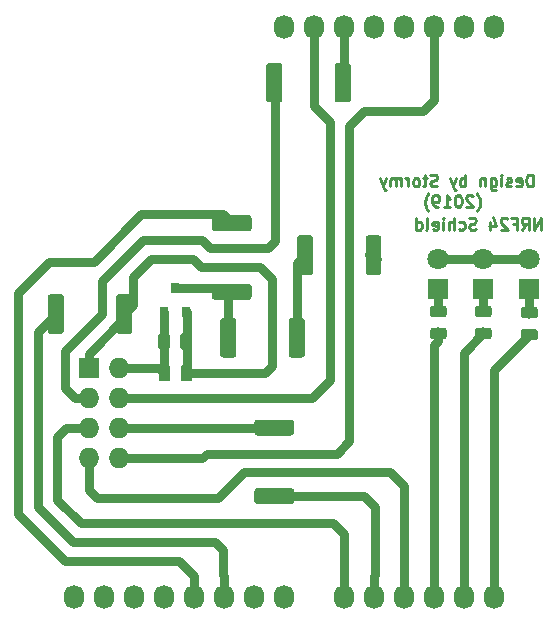
<source format=gbr>
G04 #@! TF.GenerationSoftware,KiCad,Pcbnew,5.0.2-bee76a0~70~ubuntu16.04.1*
G04 #@! TF.CreationDate,2019-02-13T18:04:47+01:00*
G04 #@! TF.ProjectId,NRF24_Shield_Uno,4e524632-345f-4536-9869-656c645f556e,rev?*
G04 #@! TF.SameCoordinates,Original*
G04 #@! TF.FileFunction,Copper,L2,Bot*
G04 #@! TF.FilePolarity,Positive*
%FSLAX46Y46*%
G04 Gerber Fmt 4.6, Leading zero omitted, Abs format (unit mm)*
G04 Created by KiCad (PCBNEW 5.0.2-bee76a0~70~ubuntu16.04.1) date śro, 13 lut 2019, 18:04:47*
%MOMM*%
%LPD*%
G01*
G04 APERTURE LIST*
G04 #@! TA.AperFunction,NonConductor*
%ADD10C,0.250000*%
G04 #@! TD*
G04 #@! TA.AperFunction,Conductor*
%ADD11C,0.100000*%
G04 #@! TD*
G04 #@! TA.AperFunction,SMDPad,CuDef*
%ADD12C,1.350000*%
G04 #@! TD*
G04 #@! TA.AperFunction,ComponentPad*
%ADD13O,1.727200X1.727200*%
G04 #@! TD*
G04 #@! TA.AperFunction,ComponentPad*
%ADD14R,1.727200X1.727200*%
G04 #@! TD*
G04 #@! TA.AperFunction,SMDPad,CuDef*
%ADD15C,0.975000*%
G04 #@! TD*
G04 #@! TA.AperFunction,ComponentPad*
%ADD16C,1.800000*%
G04 #@! TD*
G04 #@! TA.AperFunction,ComponentPad*
%ADD17R,1.800000X1.800000*%
G04 #@! TD*
G04 #@! TA.AperFunction,SMDPad,CuDef*
%ADD18R,0.800000X0.900000*%
G04 #@! TD*
G04 #@! TA.AperFunction,ComponentPad*
%ADD19O,1.727200X2.032000*%
G04 #@! TD*
G04 #@! TA.AperFunction,Conductor*
%ADD20C,0.800000*%
G04 #@! TD*
G04 APERTURE END LIST*
D10*
X178483714Y-92717380D02*
X178483714Y-91717380D01*
X177912285Y-92717380D01*
X177912285Y-91717380D01*
X176864666Y-92717380D02*
X177198000Y-92241190D01*
X177436095Y-92717380D02*
X177436095Y-91717380D01*
X177055142Y-91717380D01*
X176959904Y-91765000D01*
X176912285Y-91812619D01*
X176864666Y-91907857D01*
X176864666Y-92050714D01*
X176912285Y-92145952D01*
X176959904Y-92193571D01*
X177055142Y-92241190D01*
X177436095Y-92241190D01*
X176102761Y-92193571D02*
X176436095Y-92193571D01*
X176436095Y-92717380D02*
X176436095Y-91717380D01*
X175959904Y-91717380D01*
X175626571Y-91812619D02*
X175578952Y-91765000D01*
X175483714Y-91717380D01*
X175245619Y-91717380D01*
X175150380Y-91765000D01*
X175102761Y-91812619D01*
X175055142Y-91907857D01*
X175055142Y-92003095D01*
X175102761Y-92145952D01*
X175674190Y-92717380D01*
X175055142Y-92717380D01*
X174198000Y-92050714D02*
X174198000Y-92717380D01*
X174436095Y-91669761D02*
X174674190Y-92384047D01*
X174055142Y-92384047D01*
X172959904Y-92669761D02*
X172817047Y-92717380D01*
X172578952Y-92717380D01*
X172483714Y-92669761D01*
X172436095Y-92622142D01*
X172388476Y-92526904D01*
X172388476Y-92431666D01*
X172436095Y-92336428D01*
X172483714Y-92288809D01*
X172578952Y-92241190D01*
X172769428Y-92193571D01*
X172864666Y-92145952D01*
X172912285Y-92098333D01*
X172959904Y-92003095D01*
X172959904Y-91907857D01*
X172912285Y-91812619D01*
X172864666Y-91765000D01*
X172769428Y-91717380D01*
X172531333Y-91717380D01*
X172388476Y-91765000D01*
X171531333Y-92669761D02*
X171626571Y-92717380D01*
X171817047Y-92717380D01*
X171912285Y-92669761D01*
X171959904Y-92622142D01*
X172007523Y-92526904D01*
X172007523Y-92241190D01*
X171959904Y-92145952D01*
X171912285Y-92098333D01*
X171817047Y-92050714D01*
X171626571Y-92050714D01*
X171531333Y-92098333D01*
X171102761Y-92717380D02*
X171102761Y-91717380D01*
X170674190Y-92717380D02*
X170674190Y-92193571D01*
X170721809Y-92098333D01*
X170817047Y-92050714D01*
X170959904Y-92050714D01*
X171055142Y-92098333D01*
X171102761Y-92145952D01*
X170198000Y-92717380D02*
X170198000Y-92050714D01*
X170198000Y-91717380D02*
X170245619Y-91765000D01*
X170198000Y-91812619D01*
X170150380Y-91765000D01*
X170198000Y-91717380D01*
X170198000Y-91812619D01*
X169340857Y-92669761D02*
X169436095Y-92717380D01*
X169626571Y-92717380D01*
X169721809Y-92669761D01*
X169769428Y-92574523D01*
X169769428Y-92193571D01*
X169721809Y-92098333D01*
X169626571Y-92050714D01*
X169436095Y-92050714D01*
X169340857Y-92098333D01*
X169293238Y-92193571D01*
X169293238Y-92288809D01*
X169769428Y-92384047D01*
X168721809Y-92717380D02*
X168817047Y-92669761D01*
X168864666Y-92574523D01*
X168864666Y-91717380D01*
X167912285Y-92717380D02*
X167912285Y-91717380D01*
X167912285Y-92669761D02*
X168007523Y-92717380D01*
X168198000Y-92717380D01*
X168293238Y-92669761D01*
X168340857Y-92622142D01*
X168388476Y-92526904D01*
X168388476Y-92241190D01*
X168340857Y-92145952D01*
X168293238Y-92098333D01*
X168198000Y-92050714D01*
X168007523Y-92050714D01*
X167912285Y-92098333D01*
X177783714Y-89042380D02*
X177783714Y-88042380D01*
X177545619Y-88042380D01*
X177402761Y-88090000D01*
X177307523Y-88185238D01*
X177259904Y-88280476D01*
X177212285Y-88470952D01*
X177212285Y-88613809D01*
X177259904Y-88804285D01*
X177307523Y-88899523D01*
X177402761Y-88994761D01*
X177545619Y-89042380D01*
X177783714Y-89042380D01*
X176402761Y-88994761D02*
X176498000Y-89042380D01*
X176688476Y-89042380D01*
X176783714Y-88994761D01*
X176831333Y-88899523D01*
X176831333Y-88518571D01*
X176783714Y-88423333D01*
X176688476Y-88375714D01*
X176498000Y-88375714D01*
X176402761Y-88423333D01*
X176355142Y-88518571D01*
X176355142Y-88613809D01*
X176831333Y-88709047D01*
X175974190Y-88994761D02*
X175878952Y-89042380D01*
X175688476Y-89042380D01*
X175593238Y-88994761D01*
X175545619Y-88899523D01*
X175545619Y-88851904D01*
X175593238Y-88756666D01*
X175688476Y-88709047D01*
X175831333Y-88709047D01*
X175926571Y-88661428D01*
X175974190Y-88566190D01*
X175974190Y-88518571D01*
X175926571Y-88423333D01*
X175831333Y-88375714D01*
X175688476Y-88375714D01*
X175593238Y-88423333D01*
X175117047Y-89042380D02*
X175117047Y-88375714D01*
X175117047Y-88042380D02*
X175164666Y-88090000D01*
X175117047Y-88137619D01*
X175069428Y-88090000D01*
X175117047Y-88042380D01*
X175117047Y-88137619D01*
X174212285Y-88375714D02*
X174212285Y-89185238D01*
X174259904Y-89280476D01*
X174307523Y-89328095D01*
X174402761Y-89375714D01*
X174545619Y-89375714D01*
X174640857Y-89328095D01*
X174212285Y-88994761D02*
X174307523Y-89042380D01*
X174498000Y-89042380D01*
X174593238Y-88994761D01*
X174640857Y-88947142D01*
X174688476Y-88851904D01*
X174688476Y-88566190D01*
X174640857Y-88470952D01*
X174593238Y-88423333D01*
X174498000Y-88375714D01*
X174307523Y-88375714D01*
X174212285Y-88423333D01*
X173736095Y-88375714D02*
X173736095Y-89042380D01*
X173736095Y-88470952D02*
X173688476Y-88423333D01*
X173593238Y-88375714D01*
X173450380Y-88375714D01*
X173355142Y-88423333D01*
X173307523Y-88518571D01*
X173307523Y-89042380D01*
X172069428Y-89042380D02*
X172069428Y-88042380D01*
X172069428Y-88423333D02*
X171974190Y-88375714D01*
X171783714Y-88375714D01*
X171688476Y-88423333D01*
X171640857Y-88470952D01*
X171593238Y-88566190D01*
X171593238Y-88851904D01*
X171640857Y-88947142D01*
X171688476Y-88994761D01*
X171783714Y-89042380D01*
X171974190Y-89042380D01*
X172069428Y-88994761D01*
X171259904Y-88375714D02*
X171021809Y-89042380D01*
X170783714Y-88375714D02*
X171021809Y-89042380D01*
X171117047Y-89280476D01*
X171164666Y-89328095D01*
X171259904Y-89375714D01*
X169688476Y-88994761D02*
X169545619Y-89042380D01*
X169307523Y-89042380D01*
X169212285Y-88994761D01*
X169164666Y-88947142D01*
X169117047Y-88851904D01*
X169117047Y-88756666D01*
X169164666Y-88661428D01*
X169212285Y-88613809D01*
X169307523Y-88566190D01*
X169498000Y-88518571D01*
X169593238Y-88470952D01*
X169640857Y-88423333D01*
X169688476Y-88328095D01*
X169688476Y-88232857D01*
X169640857Y-88137619D01*
X169593238Y-88090000D01*
X169498000Y-88042380D01*
X169259904Y-88042380D01*
X169117047Y-88090000D01*
X168831333Y-88375714D02*
X168450380Y-88375714D01*
X168688476Y-88042380D02*
X168688476Y-88899523D01*
X168640857Y-88994761D01*
X168545619Y-89042380D01*
X168450380Y-89042380D01*
X167974190Y-89042380D02*
X168069428Y-88994761D01*
X168117047Y-88947142D01*
X168164666Y-88851904D01*
X168164666Y-88566190D01*
X168117047Y-88470952D01*
X168069428Y-88423333D01*
X167974190Y-88375714D01*
X167831333Y-88375714D01*
X167736095Y-88423333D01*
X167688476Y-88470952D01*
X167640857Y-88566190D01*
X167640857Y-88851904D01*
X167688476Y-88947142D01*
X167736095Y-88994761D01*
X167831333Y-89042380D01*
X167974190Y-89042380D01*
X167212285Y-89042380D02*
X167212285Y-88375714D01*
X167212285Y-88566190D02*
X167164666Y-88470952D01*
X167117047Y-88423333D01*
X167021809Y-88375714D01*
X166926571Y-88375714D01*
X166593238Y-89042380D02*
X166593238Y-88375714D01*
X166593238Y-88470952D02*
X166545619Y-88423333D01*
X166450380Y-88375714D01*
X166307523Y-88375714D01*
X166212285Y-88423333D01*
X166164666Y-88518571D01*
X166164666Y-89042380D01*
X166164666Y-88518571D02*
X166117047Y-88423333D01*
X166021809Y-88375714D01*
X165878952Y-88375714D01*
X165783714Y-88423333D01*
X165736095Y-88518571D01*
X165736095Y-89042380D01*
X165355142Y-88375714D02*
X165117047Y-89042380D01*
X164878952Y-88375714D02*
X165117047Y-89042380D01*
X165212285Y-89280476D01*
X165259904Y-89328095D01*
X165355142Y-89375714D01*
X173045619Y-91173333D02*
X173093238Y-91125714D01*
X173188476Y-90982857D01*
X173236095Y-90887619D01*
X173283714Y-90744761D01*
X173331333Y-90506666D01*
X173331333Y-90316190D01*
X173283714Y-90078095D01*
X173236095Y-89935238D01*
X173188476Y-89840000D01*
X173093238Y-89697142D01*
X173045619Y-89649523D01*
X172712285Y-89887619D02*
X172664666Y-89840000D01*
X172569428Y-89792380D01*
X172331333Y-89792380D01*
X172236095Y-89840000D01*
X172188476Y-89887619D01*
X172140857Y-89982857D01*
X172140857Y-90078095D01*
X172188476Y-90220952D01*
X172759904Y-90792380D01*
X172140857Y-90792380D01*
X171521809Y-89792380D02*
X171426571Y-89792380D01*
X171331333Y-89840000D01*
X171283714Y-89887619D01*
X171236095Y-89982857D01*
X171188476Y-90173333D01*
X171188476Y-90411428D01*
X171236095Y-90601904D01*
X171283714Y-90697142D01*
X171331333Y-90744761D01*
X171426571Y-90792380D01*
X171521809Y-90792380D01*
X171617047Y-90744761D01*
X171664666Y-90697142D01*
X171712285Y-90601904D01*
X171759904Y-90411428D01*
X171759904Y-90173333D01*
X171712285Y-89982857D01*
X171664666Y-89887619D01*
X171617047Y-89840000D01*
X171521809Y-89792380D01*
X170236095Y-90792380D02*
X170807523Y-90792380D01*
X170521809Y-90792380D02*
X170521809Y-89792380D01*
X170617047Y-89935238D01*
X170712285Y-90030476D01*
X170807523Y-90078095D01*
X169759904Y-90792380D02*
X169569428Y-90792380D01*
X169474190Y-90744761D01*
X169426571Y-90697142D01*
X169331333Y-90554285D01*
X169283714Y-90363809D01*
X169283714Y-89982857D01*
X169331333Y-89887619D01*
X169378952Y-89840000D01*
X169474190Y-89792380D01*
X169664666Y-89792380D01*
X169759904Y-89840000D01*
X169807523Y-89887619D01*
X169855142Y-89982857D01*
X169855142Y-90220952D01*
X169807523Y-90316190D01*
X169759904Y-90363809D01*
X169664666Y-90411428D01*
X169474190Y-90411428D01*
X169378952Y-90363809D01*
X169331333Y-90316190D01*
X169283714Y-90220952D01*
X168950380Y-91173333D02*
X168902761Y-91125714D01*
X168807523Y-90982857D01*
X168759904Y-90887619D01*
X168712285Y-90744761D01*
X168664666Y-90506666D01*
X168664666Y-90316190D01*
X168712285Y-90078095D01*
X168759904Y-89935238D01*
X168807523Y-89840000D01*
X168902761Y-89697142D01*
X168950380Y-89649523D01*
D11*
G04 #@! TO.N,+5V*
G04 #@! TO.C,NT6*
G36*
X152447505Y-100191204D02*
X152471773Y-100194804D01*
X152495572Y-100200765D01*
X152518671Y-100209030D01*
X152540850Y-100219520D01*
X152561893Y-100232132D01*
X152581599Y-100246747D01*
X152599777Y-100263223D01*
X152616253Y-100281401D01*
X152630868Y-100301107D01*
X152643480Y-100322150D01*
X152653970Y-100344329D01*
X152662235Y-100367428D01*
X152668196Y-100391227D01*
X152671796Y-100415495D01*
X152673000Y-100439999D01*
X152673000Y-103290001D01*
X152671796Y-103314505D01*
X152668196Y-103338773D01*
X152662235Y-103362572D01*
X152653970Y-103385671D01*
X152643480Y-103407850D01*
X152630868Y-103428893D01*
X152616253Y-103448599D01*
X152599777Y-103466777D01*
X152581599Y-103483253D01*
X152561893Y-103497868D01*
X152540850Y-103510480D01*
X152518671Y-103520970D01*
X152495572Y-103529235D01*
X152471773Y-103535196D01*
X152447505Y-103538796D01*
X152423001Y-103540000D01*
X151572999Y-103540000D01*
X151548495Y-103538796D01*
X151524227Y-103535196D01*
X151500428Y-103529235D01*
X151477329Y-103520970D01*
X151455150Y-103510480D01*
X151434107Y-103497868D01*
X151414401Y-103483253D01*
X151396223Y-103466777D01*
X151379747Y-103448599D01*
X151365132Y-103428893D01*
X151352520Y-103407850D01*
X151342030Y-103385671D01*
X151333765Y-103362572D01*
X151327804Y-103338773D01*
X151324204Y-103314505D01*
X151323000Y-103290001D01*
X151323000Y-100439999D01*
X151324204Y-100415495D01*
X151327804Y-100391227D01*
X151333765Y-100367428D01*
X151342030Y-100344329D01*
X151352520Y-100322150D01*
X151365132Y-100301107D01*
X151379747Y-100281401D01*
X151396223Y-100263223D01*
X151414401Y-100246747D01*
X151434107Y-100232132D01*
X151455150Y-100219520D01*
X151477329Y-100209030D01*
X151500428Y-100200765D01*
X151524227Y-100194804D01*
X151548495Y-100191204D01*
X151572999Y-100190000D01*
X152423001Y-100190000D01*
X152447505Y-100191204D01*
X152447505Y-100191204D01*
G37*
D12*
G04 #@! TD*
G04 #@! TO.P,NT6,1*
G04 #@! TO.N,+5V*
X151998000Y-101865000D03*
D11*
G04 #@! TO.N,+5V*
G04 #@! TO.C,NT6*
G36*
X158247505Y-100191204D02*
X158271773Y-100194804D01*
X158295572Y-100200765D01*
X158318671Y-100209030D01*
X158340850Y-100219520D01*
X158361893Y-100232132D01*
X158381599Y-100246747D01*
X158399777Y-100263223D01*
X158416253Y-100281401D01*
X158430868Y-100301107D01*
X158443480Y-100322150D01*
X158453970Y-100344329D01*
X158462235Y-100367428D01*
X158468196Y-100391227D01*
X158471796Y-100415495D01*
X158473000Y-100439999D01*
X158473000Y-103290001D01*
X158471796Y-103314505D01*
X158468196Y-103338773D01*
X158462235Y-103362572D01*
X158453970Y-103385671D01*
X158443480Y-103407850D01*
X158430868Y-103428893D01*
X158416253Y-103448599D01*
X158399777Y-103466777D01*
X158381599Y-103483253D01*
X158361893Y-103497868D01*
X158340850Y-103510480D01*
X158318671Y-103520970D01*
X158295572Y-103529235D01*
X158271773Y-103535196D01*
X158247505Y-103538796D01*
X158223001Y-103540000D01*
X157372999Y-103540000D01*
X157348495Y-103538796D01*
X157324227Y-103535196D01*
X157300428Y-103529235D01*
X157277329Y-103520970D01*
X157255150Y-103510480D01*
X157234107Y-103497868D01*
X157214401Y-103483253D01*
X157196223Y-103466777D01*
X157179747Y-103448599D01*
X157165132Y-103428893D01*
X157152520Y-103407850D01*
X157142030Y-103385671D01*
X157133765Y-103362572D01*
X157127804Y-103338773D01*
X157124204Y-103314505D01*
X157123000Y-103290001D01*
X157123000Y-100439999D01*
X157124204Y-100415495D01*
X157127804Y-100391227D01*
X157133765Y-100367428D01*
X157142030Y-100344329D01*
X157152520Y-100322150D01*
X157165132Y-100301107D01*
X157179747Y-100281401D01*
X157196223Y-100263223D01*
X157214401Y-100246747D01*
X157234107Y-100232132D01*
X157255150Y-100219520D01*
X157277329Y-100209030D01*
X157300428Y-100200765D01*
X157324227Y-100194804D01*
X157348495Y-100191204D01*
X157372999Y-100190000D01*
X158223001Y-100190000D01*
X158247505Y-100191204D01*
X158247505Y-100191204D01*
G37*
D12*
G04 #@! TD*
G04 #@! TO.P,NT6,2*
G04 #@! TO.N,+5V*
X157798000Y-101865000D03*
D11*
G04 #@! TO.N,CE*
G04 #@! TO.C,NT5*
G36*
X162147505Y-78591204D02*
X162171773Y-78594804D01*
X162195572Y-78600765D01*
X162218671Y-78609030D01*
X162240850Y-78619520D01*
X162261893Y-78632132D01*
X162281599Y-78646747D01*
X162299777Y-78663223D01*
X162316253Y-78681401D01*
X162330868Y-78701107D01*
X162343480Y-78722150D01*
X162353970Y-78744329D01*
X162362235Y-78767428D01*
X162368196Y-78791227D01*
X162371796Y-78815495D01*
X162373000Y-78839999D01*
X162373000Y-81690001D01*
X162371796Y-81714505D01*
X162368196Y-81738773D01*
X162362235Y-81762572D01*
X162353970Y-81785671D01*
X162343480Y-81807850D01*
X162330868Y-81828893D01*
X162316253Y-81848599D01*
X162299777Y-81866777D01*
X162281599Y-81883253D01*
X162261893Y-81897868D01*
X162240850Y-81910480D01*
X162218671Y-81920970D01*
X162195572Y-81929235D01*
X162171773Y-81935196D01*
X162147505Y-81938796D01*
X162123001Y-81940000D01*
X161272999Y-81940000D01*
X161248495Y-81938796D01*
X161224227Y-81935196D01*
X161200428Y-81929235D01*
X161177329Y-81920970D01*
X161155150Y-81910480D01*
X161134107Y-81897868D01*
X161114401Y-81883253D01*
X161096223Y-81866777D01*
X161079747Y-81848599D01*
X161065132Y-81828893D01*
X161052520Y-81807850D01*
X161042030Y-81785671D01*
X161033765Y-81762572D01*
X161027804Y-81738773D01*
X161024204Y-81714505D01*
X161023000Y-81690001D01*
X161023000Y-78839999D01*
X161024204Y-78815495D01*
X161027804Y-78791227D01*
X161033765Y-78767428D01*
X161042030Y-78744329D01*
X161052520Y-78722150D01*
X161065132Y-78701107D01*
X161079747Y-78681401D01*
X161096223Y-78663223D01*
X161114401Y-78646747D01*
X161134107Y-78632132D01*
X161155150Y-78619520D01*
X161177329Y-78609030D01*
X161200428Y-78600765D01*
X161224227Y-78594804D01*
X161248495Y-78591204D01*
X161272999Y-78590000D01*
X162123001Y-78590000D01*
X162147505Y-78591204D01*
X162147505Y-78591204D01*
G37*
D12*
G04 #@! TD*
G04 #@! TO.P,NT5,1*
G04 #@! TO.N,CE*
X161698000Y-80265000D03*
D11*
G04 #@! TO.N,Net-(NT5-Pad2)*
G04 #@! TO.C,NT5*
G36*
X156347505Y-78591204D02*
X156371773Y-78594804D01*
X156395572Y-78600765D01*
X156418671Y-78609030D01*
X156440850Y-78619520D01*
X156461893Y-78632132D01*
X156481599Y-78646747D01*
X156499777Y-78663223D01*
X156516253Y-78681401D01*
X156530868Y-78701107D01*
X156543480Y-78722150D01*
X156553970Y-78744329D01*
X156562235Y-78767428D01*
X156568196Y-78791227D01*
X156571796Y-78815495D01*
X156573000Y-78839999D01*
X156573000Y-81690001D01*
X156571796Y-81714505D01*
X156568196Y-81738773D01*
X156562235Y-81762572D01*
X156553970Y-81785671D01*
X156543480Y-81807850D01*
X156530868Y-81828893D01*
X156516253Y-81848599D01*
X156499777Y-81866777D01*
X156481599Y-81883253D01*
X156461893Y-81897868D01*
X156440850Y-81910480D01*
X156418671Y-81920970D01*
X156395572Y-81929235D01*
X156371773Y-81935196D01*
X156347505Y-81938796D01*
X156323001Y-81940000D01*
X155472999Y-81940000D01*
X155448495Y-81938796D01*
X155424227Y-81935196D01*
X155400428Y-81929235D01*
X155377329Y-81920970D01*
X155355150Y-81910480D01*
X155334107Y-81897868D01*
X155314401Y-81883253D01*
X155296223Y-81866777D01*
X155279747Y-81848599D01*
X155265132Y-81828893D01*
X155252520Y-81807850D01*
X155242030Y-81785671D01*
X155233765Y-81762572D01*
X155227804Y-81738773D01*
X155224204Y-81714505D01*
X155223000Y-81690001D01*
X155223000Y-78839999D01*
X155224204Y-78815495D01*
X155227804Y-78791227D01*
X155233765Y-78767428D01*
X155242030Y-78744329D01*
X155252520Y-78722150D01*
X155265132Y-78701107D01*
X155279747Y-78681401D01*
X155296223Y-78663223D01*
X155314401Y-78646747D01*
X155334107Y-78632132D01*
X155355150Y-78619520D01*
X155377329Y-78609030D01*
X155400428Y-78600765D01*
X155424227Y-78594804D01*
X155448495Y-78591204D01*
X155472999Y-78590000D01*
X156323001Y-78590000D01*
X156347505Y-78591204D01*
X156347505Y-78591204D01*
G37*
D12*
G04 #@! TD*
G04 #@! TO.P,NT5,2*
G04 #@! TO.N,Net-(NT5-Pad2)*
X155898000Y-80265000D03*
D11*
G04 #@! TO.N,MOSI*
G04 #@! TO.C,NT4*
G36*
X157347505Y-114591204D02*
X157371773Y-114594804D01*
X157395572Y-114600765D01*
X157418671Y-114609030D01*
X157440850Y-114619520D01*
X157461893Y-114632132D01*
X157481599Y-114646747D01*
X157499777Y-114663223D01*
X157516253Y-114681401D01*
X157530868Y-114701107D01*
X157543480Y-114722150D01*
X157553970Y-114744329D01*
X157562235Y-114767428D01*
X157568196Y-114791227D01*
X157571796Y-114815495D01*
X157573000Y-114839999D01*
X157573000Y-115690001D01*
X157571796Y-115714505D01*
X157568196Y-115738773D01*
X157562235Y-115762572D01*
X157553970Y-115785671D01*
X157543480Y-115807850D01*
X157530868Y-115828893D01*
X157516253Y-115848599D01*
X157499777Y-115866777D01*
X157481599Y-115883253D01*
X157461893Y-115897868D01*
X157440850Y-115910480D01*
X157418671Y-115920970D01*
X157395572Y-115929235D01*
X157371773Y-115935196D01*
X157347505Y-115938796D01*
X157323001Y-115940000D01*
X154472999Y-115940000D01*
X154448495Y-115938796D01*
X154424227Y-115935196D01*
X154400428Y-115929235D01*
X154377329Y-115920970D01*
X154355150Y-115910480D01*
X154334107Y-115897868D01*
X154314401Y-115883253D01*
X154296223Y-115866777D01*
X154279747Y-115848599D01*
X154265132Y-115828893D01*
X154252520Y-115807850D01*
X154242030Y-115785671D01*
X154233765Y-115762572D01*
X154227804Y-115738773D01*
X154224204Y-115714505D01*
X154223000Y-115690001D01*
X154223000Y-114839999D01*
X154224204Y-114815495D01*
X154227804Y-114791227D01*
X154233765Y-114767428D01*
X154242030Y-114744329D01*
X154252520Y-114722150D01*
X154265132Y-114701107D01*
X154279747Y-114681401D01*
X154296223Y-114663223D01*
X154314401Y-114646747D01*
X154334107Y-114632132D01*
X154355150Y-114619520D01*
X154377329Y-114609030D01*
X154400428Y-114600765D01*
X154424227Y-114594804D01*
X154448495Y-114591204D01*
X154472999Y-114590000D01*
X157323001Y-114590000D01*
X157347505Y-114591204D01*
X157347505Y-114591204D01*
G37*
D12*
G04 #@! TD*
G04 #@! TO.P,NT4,2*
G04 #@! TO.N,MOSI*
X155898000Y-115265000D03*
D11*
G04 #@! TO.N,Net-(NT4-Pad1)*
G04 #@! TO.C,NT4*
G36*
X157347505Y-108791204D02*
X157371773Y-108794804D01*
X157395572Y-108800765D01*
X157418671Y-108809030D01*
X157440850Y-108819520D01*
X157461893Y-108832132D01*
X157481599Y-108846747D01*
X157499777Y-108863223D01*
X157516253Y-108881401D01*
X157530868Y-108901107D01*
X157543480Y-108922150D01*
X157553970Y-108944329D01*
X157562235Y-108967428D01*
X157568196Y-108991227D01*
X157571796Y-109015495D01*
X157573000Y-109039999D01*
X157573000Y-109890001D01*
X157571796Y-109914505D01*
X157568196Y-109938773D01*
X157562235Y-109962572D01*
X157553970Y-109985671D01*
X157543480Y-110007850D01*
X157530868Y-110028893D01*
X157516253Y-110048599D01*
X157499777Y-110066777D01*
X157481599Y-110083253D01*
X157461893Y-110097868D01*
X157440850Y-110110480D01*
X157418671Y-110120970D01*
X157395572Y-110129235D01*
X157371773Y-110135196D01*
X157347505Y-110138796D01*
X157323001Y-110140000D01*
X154472999Y-110140000D01*
X154448495Y-110138796D01*
X154424227Y-110135196D01*
X154400428Y-110129235D01*
X154377329Y-110120970D01*
X154355150Y-110110480D01*
X154334107Y-110097868D01*
X154314401Y-110083253D01*
X154296223Y-110066777D01*
X154279747Y-110048599D01*
X154265132Y-110028893D01*
X154252520Y-110007850D01*
X154242030Y-109985671D01*
X154233765Y-109962572D01*
X154227804Y-109938773D01*
X154224204Y-109914505D01*
X154223000Y-109890001D01*
X154223000Y-109039999D01*
X154224204Y-109015495D01*
X154227804Y-108991227D01*
X154233765Y-108967428D01*
X154242030Y-108944329D01*
X154252520Y-108922150D01*
X154265132Y-108901107D01*
X154279747Y-108881401D01*
X154296223Y-108863223D01*
X154314401Y-108846747D01*
X154334107Y-108832132D01*
X154355150Y-108819520D01*
X154377329Y-108809030D01*
X154400428Y-108800765D01*
X154424227Y-108794804D01*
X154448495Y-108791204D01*
X154472999Y-108790000D01*
X157323001Y-108790000D01*
X157347505Y-108791204D01*
X157347505Y-108791204D01*
G37*
D12*
G04 #@! TD*
G04 #@! TO.P,NT4,1*
G04 #@! TO.N,Net-(NT4-Pad1)*
X155898000Y-109465000D03*
D11*
G04 #@! TO.N,+5V*
G04 #@! TO.C,NT3*
G36*
X153747505Y-91491204D02*
X153771773Y-91494804D01*
X153795572Y-91500765D01*
X153818671Y-91509030D01*
X153840850Y-91519520D01*
X153861893Y-91532132D01*
X153881599Y-91546747D01*
X153899777Y-91563223D01*
X153916253Y-91581401D01*
X153930868Y-91601107D01*
X153943480Y-91622150D01*
X153953970Y-91644329D01*
X153962235Y-91667428D01*
X153968196Y-91691227D01*
X153971796Y-91715495D01*
X153973000Y-91739999D01*
X153973000Y-92590001D01*
X153971796Y-92614505D01*
X153968196Y-92638773D01*
X153962235Y-92662572D01*
X153953970Y-92685671D01*
X153943480Y-92707850D01*
X153930868Y-92728893D01*
X153916253Y-92748599D01*
X153899777Y-92766777D01*
X153881599Y-92783253D01*
X153861893Y-92797868D01*
X153840850Y-92810480D01*
X153818671Y-92820970D01*
X153795572Y-92829235D01*
X153771773Y-92835196D01*
X153747505Y-92838796D01*
X153723001Y-92840000D01*
X150872999Y-92840000D01*
X150848495Y-92838796D01*
X150824227Y-92835196D01*
X150800428Y-92829235D01*
X150777329Y-92820970D01*
X150755150Y-92810480D01*
X150734107Y-92797868D01*
X150714401Y-92783253D01*
X150696223Y-92766777D01*
X150679747Y-92748599D01*
X150665132Y-92728893D01*
X150652520Y-92707850D01*
X150642030Y-92685671D01*
X150633765Y-92662572D01*
X150627804Y-92638773D01*
X150624204Y-92614505D01*
X150623000Y-92590001D01*
X150623000Y-91739999D01*
X150624204Y-91715495D01*
X150627804Y-91691227D01*
X150633765Y-91667428D01*
X150642030Y-91644329D01*
X150652520Y-91622150D01*
X150665132Y-91601107D01*
X150679747Y-91581401D01*
X150696223Y-91563223D01*
X150714401Y-91546747D01*
X150734107Y-91532132D01*
X150755150Y-91519520D01*
X150777329Y-91509030D01*
X150800428Y-91500765D01*
X150824227Y-91494804D01*
X150848495Y-91491204D01*
X150872999Y-91490000D01*
X153723001Y-91490000D01*
X153747505Y-91491204D01*
X153747505Y-91491204D01*
G37*
D12*
G04 #@! TD*
G04 #@! TO.P,NT3,1*
G04 #@! TO.N,+5V*
X152298000Y-92165000D03*
D11*
G04 #@! TO.N,+5V*
G04 #@! TO.C,NT3*
G36*
X153747505Y-97291204D02*
X153771773Y-97294804D01*
X153795572Y-97300765D01*
X153818671Y-97309030D01*
X153840850Y-97319520D01*
X153861893Y-97332132D01*
X153881599Y-97346747D01*
X153899777Y-97363223D01*
X153916253Y-97381401D01*
X153930868Y-97401107D01*
X153943480Y-97422150D01*
X153953970Y-97444329D01*
X153962235Y-97467428D01*
X153968196Y-97491227D01*
X153971796Y-97515495D01*
X153973000Y-97539999D01*
X153973000Y-98390001D01*
X153971796Y-98414505D01*
X153968196Y-98438773D01*
X153962235Y-98462572D01*
X153953970Y-98485671D01*
X153943480Y-98507850D01*
X153930868Y-98528893D01*
X153916253Y-98548599D01*
X153899777Y-98566777D01*
X153881599Y-98583253D01*
X153861893Y-98597868D01*
X153840850Y-98610480D01*
X153818671Y-98620970D01*
X153795572Y-98629235D01*
X153771773Y-98635196D01*
X153747505Y-98638796D01*
X153723001Y-98640000D01*
X150872999Y-98640000D01*
X150848495Y-98638796D01*
X150824227Y-98635196D01*
X150800428Y-98629235D01*
X150777329Y-98620970D01*
X150755150Y-98610480D01*
X150734107Y-98597868D01*
X150714401Y-98583253D01*
X150696223Y-98566777D01*
X150679747Y-98548599D01*
X150665132Y-98528893D01*
X150652520Y-98507850D01*
X150642030Y-98485671D01*
X150633765Y-98462572D01*
X150627804Y-98438773D01*
X150624204Y-98414505D01*
X150623000Y-98390001D01*
X150623000Y-97539999D01*
X150624204Y-97515495D01*
X150627804Y-97491227D01*
X150633765Y-97467428D01*
X150642030Y-97444329D01*
X150652520Y-97422150D01*
X150665132Y-97401107D01*
X150679747Y-97381401D01*
X150696223Y-97363223D01*
X150714401Y-97346747D01*
X150734107Y-97332132D01*
X150755150Y-97319520D01*
X150777329Y-97309030D01*
X150800428Y-97300765D01*
X150824227Y-97294804D01*
X150848495Y-97291204D01*
X150872999Y-97290000D01*
X153723001Y-97290000D01*
X153747505Y-97291204D01*
X153747505Y-97291204D01*
G37*
D12*
G04 #@! TD*
G04 #@! TO.P,NT3,2*
G04 #@! TO.N,+5V*
X152298000Y-97965000D03*
D11*
G04 #@! TO.N,GND*
G04 #@! TO.C,NT2*
G36*
X137847505Y-98191204D02*
X137871773Y-98194804D01*
X137895572Y-98200765D01*
X137918671Y-98209030D01*
X137940850Y-98219520D01*
X137961893Y-98232132D01*
X137981599Y-98246747D01*
X137999777Y-98263223D01*
X138016253Y-98281401D01*
X138030868Y-98301107D01*
X138043480Y-98322150D01*
X138053970Y-98344329D01*
X138062235Y-98367428D01*
X138068196Y-98391227D01*
X138071796Y-98415495D01*
X138073000Y-98439999D01*
X138073000Y-101290001D01*
X138071796Y-101314505D01*
X138068196Y-101338773D01*
X138062235Y-101362572D01*
X138053970Y-101385671D01*
X138043480Y-101407850D01*
X138030868Y-101428893D01*
X138016253Y-101448599D01*
X137999777Y-101466777D01*
X137981599Y-101483253D01*
X137961893Y-101497868D01*
X137940850Y-101510480D01*
X137918671Y-101520970D01*
X137895572Y-101529235D01*
X137871773Y-101535196D01*
X137847505Y-101538796D01*
X137823001Y-101540000D01*
X136972999Y-101540000D01*
X136948495Y-101538796D01*
X136924227Y-101535196D01*
X136900428Y-101529235D01*
X136877329Y-101520970D01*
X136855150Y-101510480D01*
X136834107Y-101497868D01*
X136814401Y-101483253D01*
X136796223Y-101466777D01*
X136779747Y-101448599D01*
X136765132Y-101428893D01*
X136752520Y-101407850D01*
X136742030Y-101385671D01*
X136733765Y-101362572D01*
X136727804Y-101338773D01*
X136724204Y-101314505D01*
X136723000Y-101290001D01*
X136723000Y-98439999D01*
X136724204Y-98415495D01*
X136727804Y-98391227D01*
X136733765Y-98367428D01*
X136742030Y-98344329D01*
X136752520Y-98322150D01*
X136765132Y-98301107D01*
X136779747Y-98281401D01*
X136796223Y-98263223D01*
X136814401Y-98246747D01*
X136834107Y-98232132D01*
X136855150Y-98219520D01*
X136877329Y-98209030D01*
X136900428Y-98200765D01*
X136924227Y-98194804D01*
X136948495Y-98191204D01*
X136972999Y-98190000D01*
X137823001Y-98190000D01*
X137847505Y-98191204D01*
X137847505Y-98191204D01*
G37*
D12*
G04 #@! TD*
G04 #@! TO.P,NT2,1*
G04 #@! TO.N,GND*
X137398000Y-99865000D03*
D11*
G04 #@! TO.N,GND*
G04 #@! TO.C,NT2*
G36*
X143647505Y-98191204D02*
X143671773Y-98194804D01*
X143695572Y-98200765D01*
X143718671Y-98209030D01*
X143740850Y-98219520D01*
X143761893Y-98232132D01*
X143781599Y-98246747D01*
X143799777Y-98263223D01*
X143816253Y-98281401D01*
X143830868Y-98301107D01*
X143843480Y-98322150D01*
X143853970Y-98344329D01*
X143862235Y-98367428D01*
X143868196Y-98391227D01*
X143871796Y-98415495D01*
X143873000Y-98439999D01*
X143873000Y-101290001D01*
X143871796Y-101314505D01*
X143868196Y-101338773D01*
X143862235Y-101362572D01*
X143853970Y-101385671D01*
X143843480Y-101407850D01*
X143830868Y-101428893D01*
X143816253Y-101448599D01*
X143799777Y-101466777D01*
X143781599Y-101483253D01*
X143761893Y-101497868D01*
X143740850Y-101510480D01*
X143718671Y-101520970D01*
X143695572Y-101529235D01*
X143671773Y-101535196D01*
X143647505Y-101538796D01*
X143623001Y-101540000D01*
X142772999Y-101540000D01*
X142748495Y-101538796D01*
X142724227Y-101535196D01*
X142700428Y-101529235D01*
X142677329Y-101520970D01*
X142655150Y-101510480D01*
X142634107Y-101497868D01*
X142614401Y-101483253D01*
X142596223Y-101466777D01*
X142579747Y-101448599D01*
X142565132Y-101428893D01*
X142552520Y-101407850D01*
X142542030Y-101385671D01*
X142533765Y-101362572D01*
X142527804Y-101338773D01*
X142524204Y-101314505D01*
X142523000Y-101290001D01*
X142523000Y-98439999D01*
X142524204Y-98415495D01*
X142527804Y-98391227D01*
X142533765Y-98367428D01*
X142542030Y-98344329D01*
X142552520Y-98322150D01*
X142565132Y-98301107D01*
X142579747Y-98281401D01*
X142596223Y-98263223D01*
X142614401Y-98246747D01*
X142634107Y-98232132D01*
X142655150Y-98219520D01*
X142677329Y-98209030D01*
X142700428Y-98200765D01*
X142724227Y-98194804D01*
X142748495Y-98191204D01*
X142772999Y-98190000D01*
X143623001Y-98190000D01*
X143647505Y-98191204D01*
X143647505Y-98191204D01*
G37*
D12*
G04 #@! TD*
G04 #@! TO.P,NT2,2*
G04 #@! TO.N,GND*
X143198000Y-99865000D03*
D11*
G04 #@! TO.N,+5V*
G04 #@! TO.C,NT1*
G36*
X158947505Y-93191204D02*
X158971773Y-93194804D01*
X158995572Y-93200765D01*
X159018671Y-93209030D01*
X159040850Y-93219520D01*
X159061893Y-93232132D01*
X159081599Y-93246747D01*
X159099777Y-93263223D01*
X159116253Y-93281401D01*
X159130868Y-93301107D01*
X159143480Y-93322150D01*
X159153970Y-93344329D01*
X159162235Y-93367428D01*
X159168196Y-93391227D01*
X159171796Y-93415495D01*
X159173000Y-93439999D01*
X159173000Y-96290001D01*
X159171796Y-96314505D01*
X159168196Y-96338773D01*
X159162235Y-96362572D01*
X159153970Y-96385671D01*
X159143480Y-96407850D01*
X159130868Y-96428893D01*
X159116253Y-96448599D01*
X159099777Y-96466777D01*
X159081599Y-96483253D01*
X159061893Y-96497868D01*
X159040850Y-96510480D01*
X159018671Y-96520970D01*
X158995572Y-96529235D01*
X158971773Y-96535196D01*
X158947505Y-96538796D01*
X158923001Y-96540000D01*
X158072999Y-96540000D01*
X158048495Y-96538796D01*
X158024227Y-96535196D01*
X158000428Y-96529235D01*
X157977329Y-96520970D01*
X157955150Y-96510480D01*
X157934107Y-96497868D01*
X157914401Y-96483253D01*
X157896223Y-96466777D01*
X157879747Y-96448599D01*
X157865132Y-96428893D01*
X157852520Y-96407850D01*
X157842030Y-96385671D01*
X157833765Y-96362572D01*
X157827804Y-96338773D01*
X157824204Y-96314505D01*
X157823000Y-96290001D01*
X157823000Y-93439999D01*
X157824204Y-93415495D01*
X157827804Y-93391227D01*
X157833765Y-93367428D01*
X157842030Y-93344329D01*
X157852520Y-93322150D01*
X157865132Y-93301107D01*
X157879747Y-93281401D01*
X157896223Y-93263223D01*
X157914401Y-93246747D01*
X157934107Y-93232132D01*
X157955150Y-93219520D01*
X157977329Y-93209030D01*
X158000428Y-93200765D01*
X158024227Y-93194804D01*
X158048495Y-93191204D01*
X158072999Y-93190000D01*
X158923001Y-93190000D01*
X158947505Y-93191204D01*
X158947505Y-93191204D01*
G37*
D12*
G04 #@! TD*
G04 #@! TO.P,NT1,1*
G04 #@! TO.N,+5V*
X158498000Y-94865000D03*
D11*
G04 #@! TO.N,+5V*
G04 #@! TO.C,NT1*
G36*
X164747505Y-93191204D02*
X164771773Y-93194804D01*
X164795572Y-93200765D01*
X164818671Y-93209030D01*
X164840850Y-93219520D01*
X164861893Y-93232132D01*
X164881599Y-93246747D01*
X164899777Y-93263223D01*
X164916253Y-93281401D01*
X164930868Y-93301107D01*
X164943480Y-93322150D01*
X164953970Y-93344329D01*
X164962235Y-93367428D01*
X164968196Y-93391227D01*
X164971796Y-93415495D01*
X164973000Y-93439999D01*
X164973000Y-96290001D01*
X164971796Y-96314505D01*
X164968196Y-96338773D01*
X164962235Y-96362572D01*
X164953970Y-96385671D01*
X164943480Y-96407850D01*
X164930868Y-96428893D01*
X164916253Y-96448599D01*
X164899777Y-96466777D01*
X164881599Y-96483253D01*
X164861893Y-96497868D01*
X164840850Y-96510480D01*
X164818671Y-96520970D01*
X164795572Y-96529235D01*
X164771773Y-96535196D01*
X164747505Y-96538796D01*
X164723001Y-96540000D01*
X163872999Y-96540000D01*
X163848495Y-96538796D01*
X163824227Y-96535196D01*
X163800428Y-96529235D01*
X163777329Y-96520970D01*
X163755150Y-96510480D01*
X163734107Y-96497868D01*
X163714401Y-96483253D01*
X163696223Y-96466777D01*
X163679747Y-96448599D01*
X163665132Y-96428893D01*
X163652520Y-96407850D01*
X163642030Y-96385671D01*
X163633765Y-96362572D01*
X163627804Y-96338773D01*
X163624204Y-96314505D01*
X163623000Y-96290001D01*
X163623000Y-93439999D01*
X163624204Y-93415495D01*
X163627804Y-93391227D01*
X163633765Y-93367428D01*
X163642030Y-93344329D01*
X163652520Y-93322150D01*
X163665132Y-93301107D01*
X163679747Y-93281401D01*
X163696223Y-93263223D01*
X163714401Y-93246747D01*
X163734107Y-93232132D01*
X163755150Y-93219520D01*
X163777329Y-93209030D01*
X163800428Y-93200765D01*
X163824227Y-93194804D01*
X163848495Y-93191204D01*
X163872999Y-93190000D01*
X164723001Y-93190000D01*
X164747505Y-93191204D01*
X164747505Y-93191204D01*
G37*
D12*
G04 #@! TD*
G04 #@! TO.P,NT1,2*
G04 #@! TO.N,+5V*
X164298000Y-94865000D03*
D13*
G04 #@! TO.P,U1,2*
G04 #@! TO.N,+3V3*
X142762000Y-104395000D03*
D14*
G04 #@! TO.P,U1,1*
G04 #@! TO.N,GND*
X140222000Y-104395000D03*
D13*
G04 #@! TO.P,U1,4*
G04 #@! TO.N,CSN*
X142762000Y-106935000D03*
G04 #@! TO.P,U1,3*
G04 #@! TO.N,Net-(NT5-Pad2)*
X140222000Y-106935000D03*
G04 #@! TO.P,U1,6*
G04 #@! TO.N,Net-(NT4-Pad1)*
X142762000Y-109475000D03*
G04 #@! TO.P,U1,5*
G04 #@! TO.N,SCK*
X140222000Y-109475000D03*
G04 #@! TO.P,U1,8*
G04 #@! TO.N,IRQ*
X142762000Y-112015000D03*
G04 #@! TO.P,U1,7*
G04 #@! TO.N,MISO*
X140222000Y-112015000D03*
G04 #@! TD*
D11*
G04 #@! TO.N,GND*
G04 #@! TO.C,C1*
G36*
X148740642Y-104166174D02*
X148764303Y-104169684D01*
X148787507Y-104175496D01*
X148810029Y-104183554D01*
X148831653Y-104193782D01*
X148852170Y-104206079D01*
X148871383Y-104220329D01*
X148889107Y-104236393D01*
X148905171Y-104254117D01*
X148919421Y-104273330D01*
X148931718Y-104293847D01*
X148941946Y-104315471D01*
X148950004Y-104337993D01*
X148955816Y-104361197D01*
X148959326Y-104384858D01*
X148960500Y-104408750D01*
X148960500Y-105321250D01*
X148959326Y-105345142D01*
X148955816Y-105368803D01*
X148950004Y-105392007D01*
X148941946Y-105414529D01*
X148931718Y-105436153D01*
X148919421Y-105456670D01*
X148905171Y-105475883D01*
X148889107Y-105493607D01*
X148871383Y-105509671D01*
X148852170Y-105523921D01*
X148831653Y-105536218D01*
X148810029Y-105546446D01*
X148787507Y-105554504D01*
X148764303Y-105560316D01*
X148740642Y-105563826D01*
X148716750Y-105565000D01*
X148229250Y-105565000D01*
X148205358Y-105563826D01*
X148181697Y-105560316D01*
X148158493Y-105554504D01*
X148135971Y-105546446D01*
X148114347Y-105536218D01*
X148093830Y-105523921D01*
X148074617Y-105509671D01*
X148056893Y-105493607D01*
X148040829Y-105475883D01*
X148026579Y-105456670D01*
X148014282Y-105436153D01*
X148004054Y-105414529D01*
X147995996Y-105392007D01*
X147990184Y-105368803D01*
X147986674Y-105345142D01*
X147985500Y-105321250D01*
X147985500Y-104408750D01*
X147986674Y-104384858D01*
X147990184Y-104361197D01*
X147995996Y-104337993D01*
X148004054Y-104315471D01*
X148014282Y-104293847D01*
X148026579Y-104273330D01*
X148040829Y-104254117D01*
X148056893Y-104236393D01*
X148074617Y-104220329D01*
X148093830Y-104206079D01*
X148114347Y-104193782D01*
X148135971Y-104183554D01*
X148158493Y-104175496D01*
X148181697Y-104169684D01*
X148205358Y-104166174D01*
X148229250Y-104165000D01*
X148716750Y-104165000D01*
X148740642Y-104166174D01*
X148740642Y-104166174D01*
G37*
D15*
G04 #@! TD*
G04 #@! TO.P,C1,2*
G04 #@! TO.N,GND*
X148473000Y-104865000D03*
D11*
G04 #@! TO.N,+3V3*
G04 #@! TO.C,C1*
G36*
X146865642Y-104166174D02*
X146889303Y-104169684D01*
X146912507Y-104175496D01*
X146935029Y-104183554D01*
X146956653Y-104193782D01*
X146977170Y-104206079D01*
X146996383Y-104220329D01*
X147014107Y-104236393D01*
X147030171Y-104254117D01*
X147044421Y-104273330D01*
X147056718Y-104293847D01*
X147066946Y-104315471D01*
X147075004Y-104337993D01*
X147080816Y-104361197D01*
X147084326Y-104384858D01*
X147085500Y-104408750D01*
X147085500Y-105321250D01*
X147084326Y-105345142D01*
X147080816Y-105368803D01*
X147075004Y-105392007D01*
X147066946Y-105414529D01*
X147056718Y-105436153D01*
X147044421Y-105456670D01*
X147030171Y-105475883D01*
X147014107Y-105493607D01*
X146996383Y-105509671D01*
X146977170Y-105523921D01*
X146956653Y-105536218D01*
X146935029Y-105546446D01*
X146912507Y-105554504D01*
X146889303Y-105560316D01*
X146865642Y-105563826D01*
X146841750Y-105565000D01*
X146354250Y-105565000D01*
X146330358Y-105563826D01*
X146306697Y-105560316D01*
X146283493Y-105554504D01*
X146260971Y-105546446D01*
X146239347Y-105536218D01*
X146218830Y-105523921D01*
X146199617Y-105509671D01*
X146181893Y-105493607D01*
X146165829Y-105475883D01*
X146151579Y-105456670D01*
X146139282Y-105436153D01*
X146129054Y-105414529D01*
X146120996Y-105392007D01*
X146115184Y-105368803D01*
X146111674Y-105345142D01*
X146110500Y-105321250D01*
X146110500Y-104408750D01*
X146111674Y-104384858D01*
X146115184Y-104361197D01*
X146120996Y-104337993D01*
X146129054Y-104315471D01*
X146139282Y-104293847D01*
X146151579Y-104273330D01*
X146165829Y-104254117D01*
X146181893Y-104236393D01*
X146199617Y-104220329D01*
X146218830Y-104206079D01*
X146239347Y-104193782D01*
X146260971Y-104183554D01*
X146283493Y-104175496D01*
X146306697Y-104169684D01*
X146330358Y-104166174D01*
X146354250Y-104165000D01*
X146841750Y-104165000D01*
X146865642Y-104166174D01*
X146865642Y-104166174D01*
G37*
D15*
G04 #@! TD*
G04 #@! TO.P,C1,1*
G04 #@! TO.N,+3V3*
X146598000Y-104865000D03*
D11*
G04 #@! TO.N,+3V3*
G04 #@! TO.C,C2*
G36*
X146828142Y-101466174D02*
X146851803Y-101469684D01*
X146875007Y-101475496D01*
X146897529Y-101483554D01*
X146919153Y-101493782D01*
X146939670Y-101506079D01*
X146958883Y-101520329D01*
X146976607Y-101536393D01*
X146992671Y-101554117D01*
X147006921Y-101573330D01*
X147019218Y-101593847D01*
X147029446Y-101615471D01*
X147037504Y-101637993D01*
X147043316Y-101661197D01*
X147046826Y-101684858D01*
X147048000Y-101708750D01*
X147048000Y-102621250D01*
X147046826Y-102645142D01*
X147043316Y-102668803D01*
X147037504Y-102692007D01*
X147029446Y-102714529D01*
X147019218Y-102736153D01*
X147006921Y-102756670D01*
X146992671Y-102775883D01*
X146976607Y-102793607D01*
X146958883Y-102809671D01*
X146939670Y-102823921D01*
X146919153Y-102836218D01*
X146897529Y-102846446D01*
X146875007Y-102854504D01*
X146851803Y-102860316D01*
X146828142Y-102863826D01*
X146804250Y-102865000D01*
X146316750Y-102865000D01*
X146292858Y-102863826D01*
X146269197Y-102860316D01*
X146245993Y-102854504D01*
X146223471Y-102846446D01*
X146201847Y-102836218D01*
X146181330Y-102823921D01*
X146162117Y-102809671D01*
X146144393Y-102793607D01*
X146128329Y-102775883D01*
X146114079Y-102756670D01*
X146101782Y-102736153D01*
X146091554Y-102714529D01*
X146083496Y-102692007D01*
X146077684Y-102668803D01*
X146074174Y-102645142D01*
X146073000Y-102621250D01*
X146073000Y-101708750D01*
X146074174Y-101684858D01*
X146077684Y-101661197D01*
X146083496Y-101637993D01*
X146091554Y-101615471D01*
X146101782Y-101593847D01*
X146114079Y-101573330D01*
X146128329Y-101554117D01*
X146144393Y-101536393D01*
X146162117Y-101520329D01*
X146181330Y-101506079D01*
X146201847Y-101493782D01*
X146223471Y-101483554D01*
X146245993Y-101475496D01*
X146269197Y-101469684D01*
X146292858Y-101466174D01*
X146316750Y-101465000D01*
X146804250Y-101465000D01*
X146828142Y-101466174D01*
X146828142Y-101466174D01*
G37*
D15*
G04 #@! TD*
G04 #@! TO.P,C2,1*
G04 #@! TO.N,+3V3*
X146560500Y-102165000D03*
D11*
G04 #@! TO.N,GND*
G04 #@! TO.C,C2*
G36*
X148703142Y-101466174D02*
X148726803Y-101469684D01*
X148750007Y-101475496D01*
X148772529Y-101483554D01*
X148794153Y-101493782D01*
X148814670Y-101506079D01*
X148833883Y-101520329D01*
X148851607Y-101536393D01*
X148867671Y-101554117D01*
X148881921Y-101573330D01*
X148894218Y-101593847D01*
X148904446Y-101615471D01*
X148912504Y-101637993D01*
X148918316Y-101661197D01*
X148921826Y-101684858D01*
X148923000Y-101708750D01*
X148923000Y-102621250D01*
X148921826Y-102645142D01*
X148918316Y-102668803D01*
X148912504Y-102692007D01*
X148904446Y-102714529D01*
X148894218Y-102736153D01*
X148881921Y-102756670D01*
X148867671Y-102775883D01*
X148851607Y-102793607D01*
X148833883Y-102809671D01*
X148814670Y-102823921D01*
X148794153Y-102836218D01*
X148772529Y-102846446D01*
X148750007Y-102854504D01*
X148726803Y-102860316D01*
X148703142Y-102863826D01*
X148679250Y-102865000D01*
X148191750Y-102865000D01*
X148167858Y-102863826D01*
X148144197Y-102860316D01*
X148120993Y-102854504D01*
X148098471Y-102846446D01*
X148076847Y-102836218D01*
X148056330Y-102823921D01*
X148037117Y-102809671D01*
X148019393Y-102793607D01*
X148003329Y-102775883D01*
X147989079Y-102756670D01*
X147976782Y-102736153D01*
X147966554Y-102714529D01*
X147958496Y-102692007D01*
X147952684Y-102668803D01*
X147949174Y-102645142D01*
X147948000Y-102621250D01*
X147948000Y-101708750D01*
X147949174Y-101684858D01*
X147952684Y-101661197D01*
X147958496Y-101637993D01*
X147966554Y-101615471D01*
X147976782Y-101593847D01*
X147989079Y-101573330D01*
X148003329Y-101554117D01*
X148019393Y-101536393D01*
X148037117Y-101520329D01*
X148056330Y-101506079D01*
X148076847Y-101493782D01*
X148098471Y-101483554D01*
X148120993Y-101475496D01*
X148144197Y-101469684D01*
X148167858Y-101466174D01*
X148191750Y-101465000D01*
X148679250Y-101465000D01*
X148703142Y-101466174D01*
X148703142Y-101466174D01*
G37*
D15*
G04 #@! TD*
G04 #@! TO.P,C2,2*
G04 #@! TO.N,GND*
X148435500Y-102165000D03*
D16*
G04 #@! TO.P,D1,2*
G04 #@! TO.N,+5V*
X169798000Y-95225000D03*
D17*
G04 #@! TO.P,D1,1*
G04 #@! TO.N,Net-(D1-Pad1)*
X169798000Y-97765000D03*
G04 #@! TD*
G04 #@! TO.P,D2,1*
G04 #@! TO.N,Net-(D2-Pad1)*
X173598000Y-97765000D03*
D16*
G04 #@! TO.P,D2,2*
G04 #@! TO.N,+5V*
X173598000Y-95225000D03*
G04 #@! TD*
G04 #@! TO.P,D3,2*
G04 #@! TO.N,+5V*
X177498000Y-95225000D03*
D17*
G04 #@! TO.P,D3,1*
G04 #@! TO.N,Net-(D3-Pad1)*
X177498000Y-97765000D03*
G04 #@! TD*
D18*
G04 #@! TO.P,U2,1*
G04 #@! TO.N,GND*
X148448000Y-99665000D03*
G04 #@! TO.P,U2,2*
G04 #@! TO.N,+3V3*
X146548000Y-99665000D03*
G04 #@! TO.P,U2,3*
G04 #@! TO.N,+5V*
X147498000Y-97665000D03*
G04 #@! TD*
D11*
G04 #@! TO.N,/A4(SDA)*
G04 #@! TO.C,R2*
G36*
X174078142Y-101016174D02*
X174101803Y-101019684D01*
X174125007Y-101025496D01*
X174147529Y-101033554D01*
X174169153Y-101043782D01*
X174189670Y-101056079D01*
X174208883Y-101070329D01*
X174226607Y-101086393D01*
X174242671Y-101104117D01*
X174256921Y-101123330D01*
X174269218Y-101143847D01*
X174279446Y-101165471D01*
X174287504Y-101187993D01*
X174293316Y-101211197D01*
X174296826Y-101234858D01*
X174298000Y-101258750D01*
X174298000Y-101746250D01*
X174296826Y-101770142D01*
X174293316Y-101793803D01*
X174287504Y-101817007D01*
X174279446Y-101839529D01*
X174269218Y-101861153D01*
X174256921Y-101881670D01*
X174242671Y-101900883D01*
X174226607Y-101918607D01*
X174208883Y-101934671D01*
X174189670Y-101948921D01*
X174169153Y-101961218D01*
X174147529Y-101971446D01*
X174125007Y-101979504D01*
X174101803Y-101985316D01*
X174078142Y-101988826D01*
X174054250Y-101990000D01*
X173141750Y-101990000D01*
X173117858Y-101988826D01*
X173094197Y-101985316D01*
X173070993Y-101979504D01*
X173048471Y-101971446D01*
X173026847Y-101961218D01*
X173006330Y-101948921D01*
X172987117Y-101934671D01*
X172969393Y-101918607D01*
X172953329Y-101900883D01*
X172939079Y-101881670D01*
X172926782Y-101861153D01*
X172916554Y-101839529D01*
X172908496Y-101817007D01*
X172902684Y-101793803D01*
X172899174Y-101770142D01*
X172898000Y-101746250D01*
X172898000Y-101258750D01*
X172899174Y-101234858D01*
X172902684Y-101211197D01*
X172908496Y-101187993D01*
X172916554Y-101165471D01*
X172926782Y-101143847D01*
X172939079Y-101123330D01*
X172953329Y-101104117D01*
X172969393Y-101086393D01*
X172987117Y-101070329D01*
X173006330Y-101056079D01*
X173026847Y-101043782D01*
X173048471Y-101033554D01*
X173070993Y-101025496D01*
X173094197Y-101019684D01*
X173117858Y-101016174D01*
X173141750Y-101015000D01*
X174054250Y-101015000D01*
X174078142Y-101016174D01*
X174078142Y-101016174D01*
G37*
D15*
G04 #@! TD*
G04 #@! TO.P,R2,1*
G04 #@! TO.N,/A4(SDA)*
X173598000Y-101502500D03*
D11*
G04 #@! TO.N,Net-(D2-Pad1)*
G04 #@! TO.C,R2*
G36*
X174078142Y-99141174D02*
X174101803Y-99144684D01*
X174125007Y-99150496D01*
X174147529Y-99158554D01*
X174169153Y-99168782D01*
X174189670Y-99181079D01*
X174208883Y-99195329D01*
X174226607Y-99211393D01*
X174242671Y-99229117D01*
X174256921Y-99248330D01*
X174269218Y-99268847D01*
X174279446Y-99290471D01*
X174287504Y-99312993D01*
X174293316Y-99336197D01*
X174296826Y-99359858D01*
X174298000Y-99383750D01*
X174298000Y-99871250D01*
X174296826Y-99895142D01*
X174293316Y-99918803D01*
X174287504Y-99942007D01*
X174279446Y-99964529D01*
X174269218Y-99986153D01*
X174256921Y-100006670D01*
X174242671Y-100025883D01*
X174226607Y-100043607D01*
X174208883Y-100059671D01*
X174189670Y-100073921D01*
X174169153Y-100086218D01*
X174147529Y-100096446D01*
X174125007Y-100104504D01*
X174101803Y-100110316D01*
X174078142Y-100113826D01*
X174054250Y-100115000D01*
X173141750Y-100115000D01*
X173117858Y-100113826D01*
X173094197Y-100110316D01*
X173070993Y-100104504D01*
X173048471Y-100096446D01*
X173026847Y-100086218D01*
X173006330Y-100073921D01*
X172987117Y-100059671D01*
X172969393Y-100043607D01*
X172953329Y-100025883D01*
X172939079Y-100006670D01*
X172926782Y-99986153D01*
X172916554Y-99964529D01*
X172908496Y-99942007D01*
X172902684Y-99918803D01*
X172899174Y-99895142D01*
X172898000Y-99871250D01*
X172898000Y-99383750D01*
X172899174Y-99359858D01*
X172902684Y-99336197D01*
X172908496Y-99312993D01*
X172916554Y-99290471D01*
X172926782Y-99268847D01*
X172939079Y-99248330D01*
X172953329Y-99229117D01*
X172969393Y-99211393D01*
X172987117Y-99195329D01*
X173006330Y-99181079D01*
X173026847Y-99168782D01*
X173048471Y-99158554D01*
X173070993Y-99150496D01*
X173094197Y-99144684D01*
X173117858Y-99141174D01*
X173141750Y-99140000D01*
X174054250Y-99140000D01*
X174078142Y-99141174D01*
X174078142Y-99141174D01*
G37*
D15*
G04 #@! TD*
G04 #@! TO.P,R2,2*
G04 #@! TO.N,Net-(D2-Pad1)*
X173598000Y-99627500D03*
D11*
G04 #@! TO.N,Net-(D1-Pad1)*
G04 #@! TO.C,R1*
G36*
X170278142Y-99141174D02*
X170301803Y-99144684D01*
X170325007Y-99150496D01*
X170347529Y-99158554D01*
X170369153Y-99168782D01*
X170389670Y-99181079D01*
X170408883Y-99195329D01*
X170426607Y-99211393D01*
X170442671Y-99229117D01*
X170456921Y-99248330D01*
X170469218Y-99268847D01*
X170479446Y-99290471D01*
X170487504Y-99312993D01*
X170493316Y-99336197D01*
X170496826Y-99359858D01*
X170498000Y-99383750D01*
X170498000Y-99871250D01*
X170496826Y-99895142D01*
X170493316Y-99918803D01*
X170487504Y-99942007D01*
X170479446Y-99964529D01*
X170469218Y-99986153D01*
X170456921Y-100006670D01*
X170442671Y-100025883D01*
X170426607Y-100043607D01*
X170408883Y-100059671D01*
X170389670Y-100073921D01*
X170369153Y-100086218D01*
X170347529Y-100096446D01*
X170325007Y-100104504D01*
X170301803Y-100110316D01*
X170278142Y-100113826D01*
X170254250Y-100115000D01*
X169341750Y-100115000D01*
X169317858Y-100113826D01*
X169294197Y-100110316D01*
X169270993Y-100104504D01*
X169248471Y-100096446D01*
X169226847Y-100086218D01*
X169206330Y-100073921D01*
X169187117Y-100059671D01*
X169169393Y-100043607D01*
X169153329Y-100025883D01*
X169139079Y-100006670D01*
X169126782Y-99986153D01*
X169116554Y-99964529D01*
X169108496Y-99942007D01*
X169102684Y-99918803D01*
X169099174Y-99895142D01*
X169098000Y-99871250D01*
X169098000Y-99383750D01*
X169099174Y-99359858D01*
X169102684Y-99336197D01*
X169108496Y-99312993D01*
X169116554Y-99290471D01*
X169126782Y-99268847D01*
X169139079Y-99248330D01*
X169153329Y-99229117D01*
X169169393Y-99211393D01*
X169187117Y-99195329D01*
X169206330Y-99181079D01*
X169226847Y-99168782D01*
X169248471Y-99158554D01*
X169270993Y-99150496D01*
X169294197Y-99144684D01*
X169317858Y-99141174D01*
X169341750Y-99140000D01*
X170254250Y-99140000D01*
X170278142Y-99141174D01*
X170278142Y-99141174D01*
G37*
D15*
G04 #@! TD*
G04 #@! TO.P,R1,2*
G04 #@! TO.N,Net-(D1-Pad1)*
X169798000Y-99627500D03*
D11*
G04 #@! TO.N,/A3*
G04 #@! TO.C,R1*
G36*
X170278142Y-101016174D02*
X170301803Y-101019684D01*
X170325007Y-101025496D01*
X170347529Y-101033554D01*
X170369153Y-101043782D01*
X170389670Y-101056079D01*
X170408883Y-101070329D01*
X170426607Y-101086393D01*
X170442671Y-101104117D01*
X170456921Y-101123330D01*
X170469218Y-101143847D01*
X170479446Y-101165471D01*
X170487504Y-101187993D01*
X170493316Y-101211197D01*
X170496826Y-101234858D01*
X170498000Y-101258750D01*
X170498000Y-101746250D01*
X170496826Y-101770142D01*
X170493316Y-101793803D01*
X170487504Y-101817007D01*
X170479446Y-101839529D01*
X170469218Y-101861153D01*
X170456921Y-101881670D01*
X170442671Y-101900883D01*
X170426607Y-101918607D01*
X170408883Y-101934671D01*
X170389670Y-101948921D01*
X170369153Y-101961218D01*
X170347529Y-101971446D01*
X170325007Y-101979504D01*
X170301803Y-101985316D01*
X170278142Y-101988826D01*
X170254250Y-101990000D01*
X169341750Y-101990000D01*
X169317858Y-101988826D01*
X169294197Y-101985316D01*
X169270993Y-101979504D01*
X169248471Y-101971446D01*
X169226847Y-101961218D01*
X169206330Y-101948921D01*
X169187117Y-101934671D01*
X169169393Y-101918607D01*
X169153329Y-101900883D01*
X169139079Y-101881670D01*
X169126782Y-101861153D01*
X169116554Y-101839529D01*
X169108496Y-101817007D01*
X169102684Y-101793803D01*
X169099174Y-101770142D01*
X169098000Y-101746250D01*
X169098000Y-101258750D01*
X169099174Y-101234858D01*
X169102684Y-101211197D01*
X169108496Y-101187993D01*
X169116554Y-101165471D01*
X169126782Y-101143847D01*
X169139079Y-101123330D01*
X169153329Y-101104117D01*
X169169393Y-101086393D01*
X169187117Y-101070329D01*
X169206330Y-101056079D01*
X169226847Y-101043782D01*
X169248471Y-101033554D01*
X169270993Y-101025496D01*
X169294197Y-101019684D01*
X169317858Y-101016174D01*
X169341750Y-101015000D01*
X170254250Y-101015000D01*
X170278142Y-101016174D01*
X170278142Y-101016174D01*
G37*
D15*
G04 #@! TD*
G04 #@! TO.P,R1,1*
G04 #@! TO.N,/A3*
X169798000Y-101502500D03*
D11*
G04 #@! TO.N,/A5(SCL)*
G04 #@! TO.C,R3*
G36*
X177978142Y-101116174D02*
X178001803Y-101119684D01*
X178025007Y-101125496D01*
X178047529Y-101133554D01*
X178069153Y-101143782D01*
X178089670Y-101156079D01*
X178108883Y-101170329D01*
X178126607Y-101186393D01*
X178142671Y-101204117D01*
X178156921Y-101223330D01*
X178169218Y-101243847D01*
X178179446Y-101265471D01*
X178187504Y-101287993D01*
X178193316Y-101311197D01*
X178196826Y-101334858D01*
X178198000Y-101358750D01*
X178198000Y-101846250D01*
X178196826Y-101870142D01*
X178193316Y-101893803D01*
X178187504Y-101917007D01*
X178179446Y-101939529D01*
X178169218Y-101961153D01*
X178156921Y-101981670D01*
X178142671Y-102000883D01*
X178126607Y-102018607D01*
X178108883Y-102034671D01*
X178089670Y-102048921D01*
X178069153Y-102061218D01*
X178047529Y-102071446D01*
X178025007Y-102079504D01*
X178001803Y-102085316D01*
X177978142Y-102088826D01*
X177954250Y-102090000D01*
X177041750Y-102090000D01*
X177017858Y-102088826D01*
X176994197Y-102085316D01*
X176970993Y-102079504D01*
X176948471Y-102071446D01*
X176926847Y-102061218D01*
X176906330Y-102048921D01*
X176887117Y-102034671D01*
X176869393Y-102018607D01*
X176853329Y-102000883D01*
X176839079Y-101981670D01*
X176826782Y-101961153D01*
X176816554Y-101939529D01*
X176808496Y-101917007D01*
X176802684Y-101893803D01*
X176799174Y-101870142D01*
X176798000Y-101846250D01*
X176798000Y-101358750D01*
X176799174Y-101334858D01*
X176802684Y-101311197D01*
X176808496Y-101287993D01*
X176816554Y-101265471D01*
X176826782Y-101243847D01*
X176839079Y-101223330D01*
X176853329Y-101204117D01*
X176869393Y-101186393D01*
X176887117Y-101170329D01*
X176906330Y-101156079D01*
X176926847Y-101143782D01*
X176948471Y-101133554D01*
X176970993Y-101125496D01*
X176994197Y-101119684D01*
X177017858Y-101116174D01*
X177041750Y-101115000D01*
X177954250Y-101115000D01*
X177978142Y-101116174D01*
X177978142Y-101116174D01*
G37*
D15*
G04 #@! TD*
G04 #@! TO.P,R3,1*
G04 #@! TO.N,/A5(SCL)*
X177498000Y-101602500D03*
D11*
G04 #@! TO.N,Net-(D3-Pad1)*
G04 #@! TO.C,R3*
G36*
X177978142Y-99241174D02*
X178001803Y-99244684D01*
X178025007Y-99250496D01*
X178047529Y-99258554D01*
X178069153Y-99268782D01*
X178089670Y-99281079D01*
X178108883Y-99295329D01*
X178126607Y-99311393D01*
X178142671Y-99329117D01*
X178156921Y-99348330D01*
X178169218Y-99368847D01*
X178179446Y-99390471D01*
X178187504Y-99412993D01*
X178193316Y-99436197D01*
X178196826Y-99459858D01*
X178198000Y-99483750D01*
X178198000Y-99971250D01*
X178196826Y-99995142D01*
X178193316Y-100018803D01*
X178187504Y-100042007D01*
X178179446Y-100064529D01*
X178169218Y-100086153D01*
X178156921Y-100106670D01*
X178142671Y-100125883D01*
X178126607Y-100143607D01*
X178108883Y-100159671D01*
X178089670Y-100173921D01*
X178069153Y-100186218D01*
X178047529Y-100196446D01*
X178025007Y-100204504D01*
X178001803Y-100210316D01*
X177978142Y-100213826D01*
X177954250Y-100215000D01*
X177041750Y-100215000D01*
X177017858Y-100213826D01*
X176994197Y-100210316D01*
X176970993Y-100204504D01*
X176948471Y-100196446D01*
X176926847Y-100186218D01*
X176906330Y-100173921D01*
X176887117Y-100159671D01*
X176869393Y-100143607D01*
X176853329Y-100125883D01*
X176839079Y-100106670D01*
X176826782Y-100086153D01*
X176816554Y-100064529D01*
X176808496Y-100042007D01*
X176802684Y-100018803D01*
X176799174Y-99995142D01*
X176798000Y-99971250D01*
X176798000Y-99483750D01*
X176799174Y-99459858D01*
X176802684Y-99436197D01*
X176808496Y-99412993D01*
X176816554Y-99390471D01*
X176826782Y-99368847D01*
X176839079Y-99348330D01*
X176853329Y-99329117D01*
X176869393Y-99311393D01*
X176887117Y-99295329D01*
X176906330Y-99281079D01*
X176926847Y-99268782D01*
X176948471Y-99258554D01*
X176970993Y-99250496D01*
X176994197Y-99244684D01*
X177017858Y-99241174D01*
X177041750Y-99240000D01*
X177954250Y-99240000D01*
X177978142Y-99241174D01*
X177978142Y-99241174D01*
G37*
D15*
G04 #@! TD*
G04 #@! TO.P,R3,2*
G04 #@! TO.N,Net-(D3-Pad1)*
X177498000Y-99727500D03*
D19*
G04 #@! TO.P,P1,1*
G04 #@! TO.N,Net-(P1-Pad1)*
X138938000Y-123825000D03*
G04 #@! TO.P,P1,2*
G04 #@! TO.N,Net-(P1-Pad2)*
X141478000Y-123825000D03*
G04 #@! TO.P,P1,3*
G04 #@! TO.N,Net-(P1-Pad3)*
X144018000Y-123825000D03*
G04 #@! TO.P,P1,4*
G04 #@! TO.N,Net-(P1-Pad4)*
X146558000Y-123825000D03*
G04 #@! TO.P,P1,5*
G04 #@! TO.N,+5V*
X149098000Y-123825000D03*
G04 #@! TO.P,P1,6*
G04 #@! TO.N,GND*
X151638000Y-123825000D03*
G04 #@! TO.P,P1,7*
G04 #@! TO.N,Net-(P1-Pad7)*
X154178000Y-123825000D03*
G04 #@! TO.P,P1,8*
G04 #@! TO.N,Net-(P1-Pad8)*
X156718000Y-123825000D03*
G04 #@! TD*
G04 #@! TO.P,P2,1*
G04 #@! TO.N,SCK*
X161798000Y-123825000D03*
G04 #@! TO.P,P2,2*
G04 #@! TO.N,MOSI*
X164338000Y-123825000D03*
G04 #@! TO.P,P2,3*
G04 #@! TO.N,MISO*
X166878000Y-123825000D03*
G04 #@! TO.P,P2,4*
G04 #@! TO.N,/A3*
X169418000Y-123825000D03*
G04 #@! TO.P,P2,5*
G04 #@! TO.N,/A4(SDA)*
X171958000Y-123825000D03*
G04 #@! TO.P,P2,6*
G04 #@! TO.N,/A5(SCL)*
X174498000Y-123825000D03*
G04 #@! TD*
G04 #@! TO.P,P4,1*
G04 #@! TO.N,/7*
X156718000Y-75565000D03*
G04 #@! TO.P,P4,2*
G04 #@! TO.N,CSN*
X159258000Y-75565000D03*
G04 #@! TO.P,P4,3*
G04 #@! TO.N,CE*
X161798000Y-75565000D03*
G04 #@! TO.P,P4,4*
G04 #@! TO.N,/4*
X164338000Y-75565000D03*
G04 #@! TO.P,P4,5*
G04 #@! TO.N,/3(\002A\002A)*
X166878000Y-75565000D03*
G04 #@! TO.P,P4,6*
G04 #@! TO.N,IRQ*
X169418000Y-75565000D03*
G04 #@! TO.P,P4,7*
G04 #@! TO.N,/1(Tx)*
X171958000Y-75565000D03*
G04 #@! TO.P,P4,8*
G04 #@! TO.N,/0(Rx)*
X174498000Y-75565000D03*
G04 #@! TD*
D20*
G04 #@! TO.N,+5V*
X151998000Y-97665000D02*
X152298000Y-97965000D01*
X147498000Y-97665000D02*
X151998000Y-97665000D01*
X136798010Y-95464990D02*
X140598010Y-95464990D01*
X134198000Y-98065000D02*
X136798010Y-95464990D01*
X134198000Y-116790510D02*
X134198000Y-98065000D01*
X147854020Y-120765020D02*
X138172510Y-120765020D01*
X138172510Y-120765020D02*
X134198000Y-116790510D01*
X149098000Y-122009000D02*
X147854020Y-120765020D01*
X149098000Y-123825000D02*
X149098000Y-122009000D01*
X144643710Y-91419290D02*
X140598010Y-95464990D01*
X151552290Y-91419290D02*
X144643710Y-91419290D01*
X152298000Y-92165000D02*
X151552290Y-91419290D01*
X164398000Y-95165000D02*
X164098000Y-94865000D01*
X164598000Y-95165000D02*
X164298000Y-94865000D01*
X177498000Y-95225000D02*
X169798000Y-95225000D01*
X151998000Y-98265000D02*
X152298000Y-97965000D01*
X151998000Y-101865000D02*
X151998000Y-98265000D01*
X157798000Y-95565000D02*
X158498000Y-94865000D01*
X157798000Y-101865000D02*
X157798000Y-95565000D01*
G04 #@! TO.N,GND*
X148473000Y-99690000D02*
X148448000Y-99665000D01*
X148473000Y-104865000D02*
X148473000Y-99690000D01*
X140222000Y-103204380D02*
X143198000Y-100228380D01*
X143198000Y-100228380D02*
X143198000Y-99865000D01*
X140222000Y-104395000D02*
X140222000Y-103204380D01*
X135898000Y-116227755D02*
X135898000Y-101365000D01*
X138835255Y-119165010D02*
X135898000Y-116227755D01*
X135898000Y-101365000D02*
X137398000Y-99865000D01*
X151598000Y-119865000D02*
X150898010Y-119165010D01*
X151598000Y-121969000D02*
X151598000Y-119865000D01*
X150898010Y-119165010D02*
X138835255Y-119165010D01*
X151638000Y-122009000D02*
X151598000Y-121969000D01*
X151638000Y-123825000D02*
X151638000Y-122009000D01*
X145498000Y-95165000D02*
X143943710Y-96719290D01*
X143943710Y-99119290D02*
X143198000Y-99865000D01*
X148998000Y-95165000D02*
X145498000Y-95165000D01*
X149698000Y-95865000D02*
X148998000Y-95165000D01*
X143943710Y-96719290D02*
X143943710Y-99119290D01*
X154698000Y-95865000D02*
X149698000Y-95865000D01*
X155698000Y-96865000D02*
X154698000Y-95865000D01*
X155698000Y-104265000D02*
X155698000Y-96865000D01*
X155098000Y-104865000D02*
X155698000Y-104265000D01*
X148473000Y-104865000D02*
X155098000Y-104865000D01*
G04 #@! TO.N,/A3*
X169418000Y-123825000D02*
X169418000Y-102482500D01*
X169798000Y-102102500D02*
X169798000Y-101502500D01*
X169418000Y-102482500D02*
X169798000Y-102102500D01*
G04 #@! TO.N,/A4(SDA)*
X171958000Y-103142500D02*
X173598000Y-101502500D01*
X171958000Y-123825000D02*
X171958000Y-103142500D01*
G04 #@! TO.N,/A5(SCL)*
X174498000Y-104602500D02*
X174498000Y-123825000D01*
X177498000Y-101602500D02*
X174498000Y-104602500D01*
G04 #@! TO.N,+3V3*
X146128000Y-104395000D02*
X146598000Y-104865000D01*
X142762000Y-104395000D02*
X146128000Y-104395000D01*
X146598000Y-99715000D02*
X146548000Y-99665000D01*
X146598000Y-104865000D02*
X146598000Y-99715000D01*
G04 #@! TO.N,MISO*
X140222000Y-114789000D02*
X140222000Y-112015000D01*
X140898000Y-115465000D02*
X140222000Y-114789000D01*
X140898000Y-115465000D02*
X150398000Y-115465000D01*
X153348020Y-113265000D02*
X165698000Y-113265000D01*
X150398000Y-115465000D02*
X150698000Y-115465000D01*
X151148020Y-115465000D02*
X153348020Y-113265000D01*
X150398000Y-115465000D02*
X151148020Y-115465000D01*
X166878000Y-114445000D02*
X166878000Y-123825000D01*
X165698000Y-113265000D02*
X166878000Y-114445000D01*
G04 #@! TO.N,IRQ*
X169418000Y-81745000D02*
X169418000Y-75565000D01*
X142762000Y-112015000D02*
X143983314Y-112015000D01*
X143983314Y-112015000D02*
X144033314Y-112065000D01*
X144033314Y-112065000D02*
X149798000Y-112065000D01*
X161198000Y-111665000D02*
X162222990Y-110640010D01*
X149798000Y-112065000D02*
X150198000Y-111665000D01*
X168498000Y-82665000D02*
X169418000Y-81745000D01*
X162222990Y-110640010D02*
X162222990Y-83940010D01*
X163498000Y-82665000D02*
X168498000Y-82665000D01*
X150198000Y-111665000D02*
X161198000Y-111665000D01*
X162222990Y-83940010D02*
X163498000Y-82665000D01*
G04 #@! TO.N,SCK*
X161798000Y-118465000D02*
X161798000Y-123825000D01*
X160898000Y-117565000D02*
X161798000Y-118465000D01*
X139000686Y-109475000D02*
X138990686Y-109465000D01*
X140222000Y-109475000D02*
X139000686Y-109475000D01*
X138990686Y-109465000D02*
X138298000Y-109465000D01*
X138298000Y-109465000D02*
X137498000Y-110265000D01*
X137498000Y-110265000D02*
X137498000Y-115565000D01*
X139498000Y-117565000D02*
X160898000Y-117565000D01*
X137498000Y-115565000D02*
X139498000Y-117565000D01*
G04 #@! TO.N,MOSI*
X164338000Y-122009000D02*
X164398000Y-121949000D01*
X164338000Y-123825000D02*
X164338000Y-122009000D01*
X164398000Y-121949000D02*
X164398000Y-116165000D01*
X163498000Y-115265000D02*
X164398000Y-116165000D01*
X155998000Y-115265000D02*
X163498000Y-115265000D01*
G04 #@! TO.N,CE*
X161798000Y-75565000D02*
X161798000Y-80065000D01*
G04 #@! TO.N,CSN*
X160622980Y-83589980D02*
X159258000Y-82225000D01*
X159258000Y-82225000D02*
X159258000Y-75565000D01*
X160622980Y-105440020D02*
X160622980Y-83589980D01*
X159098000Y-106965000D02*
X160622980Y-105440020D01*
X144013314Y-106965000D02*
X159098000Y-106965000D01*
X143983314Y-106935000D02*
X144013314Y-106965000D01*
X142762000Y-106935000D02*
X143983314Y-106935000D01*
G04 #@! TO.N,Net-(NT4-Pad1)*
X155988000Y-109475000D02*
X155998000Y-109465000D01*
X142762000Y-109475000D02*
X155988000Y-109475000D01*
G04 #@! TO.N,Net-(NT5-Pad2)*
X155998000Y-88265000D02*
X155998000Y-80065000D01*
X138158399Y-103005227D02*
X141298000Y-99865626D01*
X138158399Y-106092713D02*
X138158399Y-103005227D01*
X139000686Y-106935000D02*
X138158399Y-106092713D01*
X140222000Y-106935000D02*
X139000686Y-106935000D01*
X141298000Y-99865626D02*
X141298000Y-97065000D01*
X144798010Y-93564990D02*
X149797364Y-93564990D01*
X141298000Y-97065000D02*
X144798010Y-93564990D01*
X149797364Y-93564990D02*
X150497374Y-94265000D01*
X150497374Y-94265000D02*
X155398000Y-94265000D01*
X155998000Y-93665000D02*
X155998000Y-88265000D01*
X155398000Y-94265000D02*
X155998000Y-93665000D01*
G04 #@! TO.N,Net-(D3-Pad1)*
X177498000Y-99727500D02*
X177498000Y-97805000D01*
G04 #@! TO.N,Net-(D1-Pad1)*
X169798000Y-99627500D02*
X169798000Y-97805000D01*
G04 #@! TO.N,Net-(D2-Pad1)*
X173598000Y-99627500D02*
X173598000Y-97805000D01*
G04 #@! TD*
M02*

</source>
